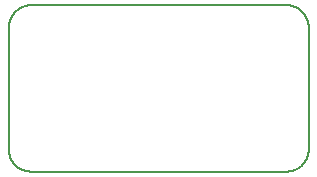
<source format=gbr>
G04 EAGLE Gerber RS-274X export*
G75*
%MOMM*%
%FSLAX34Y34*%
%LPD*%
%INSilkscreen Bottom*%
%IPPOS*%
%AMOC8*
5,1,8,0,0,1.08239X$1,22.5*%
G01*
%ADD10C,0.200000*%


D10*
X253023Y52395D02*
X253023Y155265D01*
X253029Y155725D01*
X253045Y156185D01*
X253073Y156645D01*
X253112Y157104D01*
X253162Y157561D01*
X253223Y158018D01*
X253295Y158472D01*
X253378Y158925D01*
X253472Y159376D01*
X253577Y159824D01*
X253692Y160270D01*
X253818Y160712D01*
X253955Y161152D01*
X254103Y161588D01*
X254261Y162020D01*
X254429Y162449D01*
X254608Y162873D01*
X254797Y163293D01*
X254996Y163708D01*
X255205Y164118D01*
X255424Y164523D01*
X255652Y164923D01*
X255891Y165317D01*
X256138Y165705D01*
X256395Y166087D01*
X256661Y166462D01*
X256936Y166831D01*
X257220Y167194D01*
X257513Y167549D01*
X257814Y167897D01*
X258123Y168238D01*
X258441Y168572D01*
X258766Y168897D01*
X259100Y169215D01*
X259441Y169524D01*
X259789Y169825D01*
X260144Y170118D01*
X260507Y170402D01*
X260876Y170677D01*
X261251Y170943D01*
X261633Y171200D01*
X262021Y171447D01*
X262415Y171686D01*
X262815Y171914D01*
X263220Y172133D01*
X263630Y172342D01*
X264045Y172541D01*
X264465Y172730D01*
X264889Y172909D01*
X265318Y173077D01*
X265750Y173235D01*
X266186Y173383D01*
X266626Y173520D01*
X267068Y173646D01*
X267514Y173761D01*
X267962Y173866D01*
X268413Y173960D01*
X268866Y174043D01*
X269320Y174115D01*
X269777Y174176D01*
X270234Y174226D01*
X270693Y174265D01*
X271153Y174293D01*
X271613Y174309D01*
X272073Y174315D01*
X487973Y174315D01*
X488433Y174309D01*
X488893Y174293D01*
X489353Y174265D01*
X489812Y174226D01*
X490269Y174176D01*
X490726Y174115D01*
X491180Y174043D01*
X491633Y173960D01*
X492084Y173866D01*
X492532Y173761D01*
X492978Y173646D01*
X493420Y173520D01*
X493860Y173383D01*
X494296Y173235D01*
X494728Y173077D01*
X495157Y172909D01*
X495581Y172730D01*
X496001Y172541D01*
X496416Y172342D01*
X496826Y172133D01*
X497231Y171914D01*
X497631Y171686D01*
X498025Y171447D01*
X498413Y171200D01*
X498795Y170943D01*
X499170Y170677D01*
X499539Y170402D01*
X499902Y170118D01*
X500257Y169825D01*
X500605Y169524D01*
X500946Y169215D01*
X501280Y168897D01*
X501605Y168572D01*
X501923Y168238D01*
X502232Y167897D01*
X502533Y167549D01*
X502826Y167194D01*
X503110Y166831D01*
X503385Y166462D01*
X503651Y166087D01*
X503908Y165705D01*
X504155Y165317D01*
X504394Y164923D01*
X504622Y164523D01*
X504841Y164118D01*
X505050Y163708D01*
X505249Y163293D01*
X505438Y162873D01*
X505617Y162449D01*
X505785Y162020D01*
X505943Y161588D01*
X506091Y161152D01*
X506228Y160712D01*
X506354Y160270D01*
X506469Y159824D01*
X506574Y159376D01*
X506668Y158925D01*
X506751Y158472D01*
X506823Y158018D01*
X506884Y157561D01*
X506934Y157104D01*
X506973Y156645D01*
X507001Y156185D01*
X507017Y155725D01*
X507023Y155265D01*
X507023Y52395D01*
X507017Y51935D01*
X507001Y51475D01*
X506973Y51015D01*
X506934Y50556D01*
X506884Y50099D01*
X506823Y49642D01*
X506751Y49188D01*
X506668Y48735D01*
X506574Y48284D01*
X506469Y47836D01*
X506354Y47390D01*
X506228Y46948D01*
X506091Y46508D01*
X505943Y46072D01*
X505785Y45640D01*
X505617Y45211D01*
X505438Y44787D01*
X505249Y44367D01*
X505050Y43952D01*
X504841Y43542D01*
X504622Y43137D01*
X504394Y42737D01*
X504155Y42343D01*
X503908Y41955D01*
X503651Y41573D01*
X503385Y41198D01*
X503110Y40829D01*
X502826Y40466D01*
X502533Y40111D01*
X502232Y39763D01*
X501923Y39422D01*
X501605Y39088D01*
X501280Y38763D01*
X500946Y38445D01*
X500605Y38136D01*
X500257Y37835D01*
X499902Y37542D01*
X499539Y37258D01*
X499170Y36983D01*
X498795Y36717D01*
X498413Y36460D01*
X498025Y36213D01*
X497631Y35974D01*
X497231Y35746D01*
X496826Y35527D01*
X496416Y35318D01*
X496001Y35119D01*
X495581Y34930D01*
X495157Y34751D01*
X494728Y34583D01*
X494296Y34425D01*
X493860Y34277D01*
X493420Y34140D01*
X492978Y34014D01*
X492532Y33899D01*
X492084Y33794D01*
X491633Y33700D01*
X491180Y33617D01*
X490726Y33545D01*
X490269Y33484D01*
X489812Y33434D01*
X489353Y33395D01*
X488893Y33367D01*
X488433Y33351D01*
X487973Y33345D01*
X272073Y33345D01*
X271613Y33351D01*
X271153Y33367D01*
X270693Y33395D01*
X270234Y33434D01*
X269777Y33484D01*
X269320Y33545D01*
X268866Y33617D01*
X268413Y33700D01*
X267962Y33794D01*
X267514Y33899D01*
X267068Y34014D01*
X266626Y34140D01*
X266186Y34277D01*
X265750Y34425D01*
X265318Y34583D01*
X264889Y34751D01*
X264465Y34930D01*
X264045Y35119D01*
X263630Y35318D01*
X263220Y35527D01*
X262815Y35746D01*
X262415Y35974D01*
X262021Y36213D01*
X261633Y36460D01*
X261251Y36717D01*
X260876Y36983D01*
X260507Y37258D01*
X260144Y37542D01*
X259789Y37835D01*
X259441Y38136D01*
X259100Y38445D01*
X258766Y38763D01*
X258441Y39088D01*
X258123Y39422D01*
X257814Y39763D01*
X257513Y40111D01*
X257220Y40466D01*
X256936Y40829D01*
X256661Y41198D01*
X256395Y41573D01*
X256138Y41955D01*
X255891Y42343D01*
X255652Y42737D01*
X255424Y43137D01*
X255205Y43542D01*
X254996Y43952D01*
X254797Y44367D01*
X254608Y44787D01*
X254429Y45211D01*
X254261Y45640D01*
X254103Y46072D01*
X253955Y46508D01*
X253818Y46948D01*
X253692Y47390D01*
X253577Y47836D01*
X253472Y48284D01*
X253378Y48735D01*
X253295Y49188D01*
X253223Y49642D01*
X253162Y50099D01*
X253112Y50556D01*
X253073Y51015D01*
X253045Y51475D01*
X253029Y51935D01*
X253023Y52395D01*
M02*

</source>
